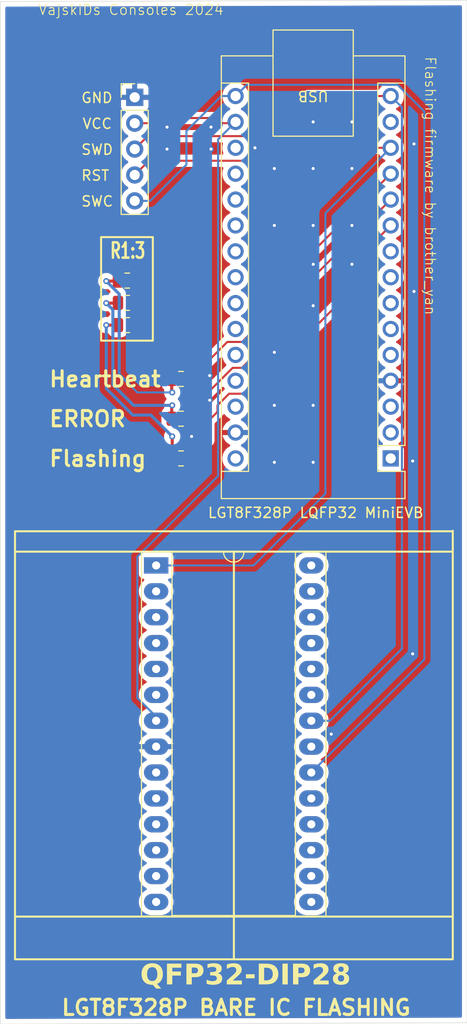
<source format=kicad_pcb>
(kicad_pcb (version 20221018) (generator pcbnew)
  (layers (0 "F.Cu" signal) (31 "B.Cu" signal) (34 "B.Paste" user) (35 "F.Paste" user) (36 "B.SilkS" user "B.Silkscreen") (37 "F.SilkS" user "F.Silkscreen") (38 "B.Mask" user) (39 "F.Mask" user) (44 "Edge.Cuts" user))
  (net 0 "")
  (net 1 "GND")
  (net 2 "3.3v")
  (net 3 "D12")
  (net 4 "D10")
  (net 5 "D13")
  (net 6 "LED1")
  (net 7 "LED2")
  (net 8 "LED3")
  (net 9 "LED1_R")
  (net 10 "LED2_R")
  (net 11 "LED3_R")
  (footprint "Connector_PinHeader_2.54mm:PinHeader_1x05_P2.54mm_Vertical" (layer "F.Cu") (at 81.534 81.407)
    (fp_text reference "REF**" hide)
    (fp_text value "PinHeader_1x05_P2.54mm_Vertical" hide)
    (fp_line (start -1.33 -1.33) (end 0 -1.33) (stroke (width 0.12)) (layer "F.SilkS"))
    (fp_line (start -1.33 0) (end -1.33 -1.33) (stroke (width 0.12)) (layer "F.SilkS"))
    (fp_line (start -1.33 1.27) (end -1.33 11.49) (stroke (width 0.12)) (layer "F.SilkS"))
    (fp_line (start -1.33 1.27) (end 1.33 1.27) (stroke (width 0.12)) (layer "F.SilkS"))
    (fp_line (start -1.33 11.49) (end 1.33 11.49) (stroke (width 0.12)) (layer "F.SilkS"))
    (fp_line (start 1.33 1.27) (end 1.33 11.49) (stroke (width 0.12)) (layer "F.SilkS"))
    (pad "1" thru_hole rect (at 0 0) (size 1.7 1.7) (drill 1) (layers "*.Cu" "*.Mask") (net 1 "GND"))
    (pad "2" thru_hole oval (at 0 2.54) (size 1.7 1.7) (drill 1) (layers "*.Cu" "*.Mask") (net 2 "3.3v"))
    (pad "3" thru_hole oval (at 0 5.08) (size 1.7 1.7) (drill 1) (layers "*.Cu" "*.Mask") (net 3 "D12"))
    (pad "4" thru_hole oval (at 0 7.62) (size 1.7 1.7) (drill 1) (layers "*.Cu" "*.Mask") (net 4 "D10"))
    (pad "5" thru_hole oval (at 0 10.16) (size 1.7 1.7) (drill 1) (layers "*.Cu" "*.Mask") (net 5 "D13"))
  )
  (footprint "Resistor_SMD:R_0805_2012Metric" (layer "F.Cu") (at 86.0825 112.94 180)
    (fp_text reference "REF**" hide)
    (fp_text value "R_0805_2012Metric" hide)
    (fp_line (start -0.227064 -0.735) (end 0.227064 -0.735) (stroke (width 0.12)) (layer "F.SilkS"))
    (fp_line (start -0.227064 0.735) (end 0.227064 0.735) (stroke (width 0.12)) (layer "F.SilkS"))
    (pad "1" smd roundrect (at -0.9125 0 180) (size 1.025 1.4) (layers "F.Cu" "F.Paste" "F.Mask") (roundrect_rratio 0.243902439) (net 7 "LED2"))
    (pad "2" smd roundrect (at 0.9125 0 180) (size 1.025 1.4) (layers "F.Cu" "F.Paste" "F.Mask") (roundrect_rratio 0.243902439) (net 10 "LED2_R"))
  )
  (footprint "Resistor_SMD:R_0805_2012Metric" (layer "F.Cu") (at 80.7995 99.3902 180)
    (fp_text reference "REF**" hide)
    (fp_text value "R_0805_2012Metric" hide)
    (fp_line (start -0.227064 -0.735) (end 0.227064 -0.735) (stroke (width 0.12)) (layer "F.SilkS"))
    (fp_line (start -0.227064 0.735) (end 0.227064 0.735) (stroke (width 0.12)) (layer "F.SilkS"))
    (pad "1" smd roundrect (at -0.9125 0 180) (size 1.025 1.4) (layers "F.Cu" "F.Paste" "F.Mask") (roundrect_rratio 0.243902439) (net 1 "GND"))
    (pad "2" smd roundrect (at 0.9125 0 180) (size 1.025 1.4) (layers "F.Cu" "F.Paste" "F.Mask") (roundrect_rratio 0.243902439) (net 9 "LED1_R"))
  )
  (footprint "Package_DIP:DIP-28_W15.24mm_Socket_LongPads" (layer "F.Cu") (at 83.6392 127.3418)
    (fp_text reference "REF**" hide)
    (fp_text value "DIP-28_W15.24mm_Socket_LongPads" hide)
    (fp_line (start -1.44 -1.39) (end -1.44 34.41) (stroke (width 0.12)) (layer "F.SilkS"))
    (fp_line (start -1.44 34.41) (end 16.68 34.41) (stroke (width 0.12)) (layer "F.SilkS"))
    (fp_line (start 1.56 -1.33) (end 1.56 34.35) (stroke (width 0.12)) (layer "F.SilkS"))
    (fp_line (start 1.56 34.35) (end 13.68 34.35) (stroke (width 0.12)) (layer "F.SilkS"))
    (fp_line (start 6.62 -1.33) (end 1.56 -1.33) (stroke (width 0.12)) (layer "F.SilkS"))
    (fp_line (start 13.68 -1.33) (end 8.62 -1.33) (stroke (width 0.12)) (layer "F.SilkS"))
    (fp_line (start 13.68 34.35) (end 13.68 -1.33) (stroke (width 0.12)) (layer "F.SilkS"))
    (fp_line (start 16.68 -1.39) (end -1.44 -1.39) (stroke (width 0.12)) (layer "F.SilkS"))
    (fp_line (start 16.68 34.41) (end 16.68 -1.39) (stroke (width 0.12)) (layer "F.SilkS"))
    (fp_arc (start 8.62 -1.33) (mid 7.62 -0.33) (end 6.62 -1.33) (stroke (width 0.12)) (layer "F.SilkS"))
    (pad "1" thru_hole rect (at 0 0) (size 2.4 1.6) (drill 0.8) (layers "*.Cu" "*.Mask") (net 4 "D10"))
    (pad "2" thru_hole oval (at 0 2.54) (size 2.4 1.6) (drill 0.8) (layers "*.Cu" "*.Mask"))
    (pad "3" thru_hole oval (at 0 5.08) (size 2.4 1.6) (drill 0.8) (layers "*.Cu" "*.Mask"))
    (pad "4" thru_hole oval (at 0 7.62) (size 2.4 1.6) (drill 0.8) (layers "*.Cu" "*.Mask"))
    (pad "5" thru_hole oval (at 0 10.16) (size 2.4 1.6) (drill 0.8) (layers "*.Cu" "*.Mask"))
    (pad "6" thru_hole oval (at 0 12.7) (size 2.4 1.6) (drill 0.8) (layers "*.Cu" "*.Mask"))
    (pad "7" thru_hole oval (at 0 15.24) (size 2.4 1.6) (drill 0.8) (layers "*.Cu" "*.Mask") (net 2 "3.3v"))
    (pad "8" thru_hole oval (at 0 17.78) (size 2.4 1.6) (drill 0.8) (layers "*.Cu" "*.Mask") (net 1 "GND"))
    (pad "9" thru_hole oval (at 0 20.32) (size 2.4 1.6) (drill 0.8) (layers "*.Cu" "*.Mask"))
    (pad "10" thru_hole oval (at 0 22.86) (size 2.4 1.6) (drill 0.8) (layers "*.Cu" "*.Mask"))
    (pad "11" thru_hole oval (at 0 25.4) (size 2.4 1.6) (drill 0.8) (layers "*.Cu" "*.Mask"))
    (pad "12" thru_hole oval (at 0 27.94) (size 2.4 1.6) (drill 0.8) (layers "*.Cu" "*.Mask"))
    (pad "13" thru_hole oval (at 0 30.48) (size 2.4 1.6) (drill 0.8) (layers "*.Cu" "*.Mask"))
    (pad "14" thru_hole oval (at 0 33.02) (size 2.4 1.6) (drill 0.8) (layers "*.Cu" "*.Mask"))
    (pad "15" thru_hole oval (at 15.24 33.02) (size 2.4 1.6) (drill 0.8) (layers "*.Cu" "*.Mask"))
    (pad "16" thru_hole oval (at 15.24 30.48) (size 2.4 1.6) (drill 0.8) (layers "*.Cu" "*.Mask"))
    (pad "17" thru_hole oval (at 15.24 27.94) (size 2.4 1.6) (drill 0.8) (layers "*.Cu" "*.Mask"))
    (pad "18" thru_hole oval (at 15.24 25.4) (size 2.4 1.6) (drill 0.8) (layers "*.Cu" "*.Mask"))
    (pad "19" thru_hole oval (at 15.24 22.86) (size 2.4 1.6) (drill 0.8) (layers "*.Cu" "*.Mask"))
    (pad "20" thru_hole oval (at 15.24 20.32) (size 2.4 1.6) (drill 0.8) (layers "*.Cu" "*.Mask") (net 5 "D13"))
    (pad "21" thru_hole oval (at 15.24 17.78) (size 2.4 1.6) (drill 0.8) (layers "*.Cu" "*.Mask"))
    (pad "22" thru_hole oval (at 15.24 15.24) (size 2.4 1.6) (drill 0.8) (layers "*.Cu" "*.Mask") (net 3 "D12"))
    (pad "23" thru_hole oval (at 15.24 12.7) (size 2.4 1.6) (drill 0.8) (layers "*.Cu" "*.Mask"))
    (pad "24" thru_hole oval (at 15.24 10.16) (size 2.4 1.6) (drill 0.8) (layers "*.Cu" "*.Mask"))
    (pad "25" thru_hole oval (at 15.24 7.62) (size 2.4 1.6) (drill 0.8) (layers "*.Cu" "*.Mask"))
    (pad "26" thru_hole oval (at 15.24 5.08) (size 2.4 1.6) (drill 0.8) (layers "*.Cu" "*.Mask"))
    (pad "27" thru_hole oval (at 15.24 2.54) (size 2.4 1.6) (drill 0.8) (layers "*.Cu" "*.Mask"))
    (pad "28" thru_hole oval (at 15.24 0) (size 2.4 1.6) (drill 0.8) (layers "*.Cu" "*.Mask"))
  )
  (footprint "Resistor_SMD:R_0805_2012Metric" (layer "F.Cu") (at 80.7995 103.759 180)
    (fp_text reference "REF**" hide)
    (fp_text value "R_0805_2012Metric" hide)
    (fp_line (start -0.227064 -0.735) (end 0.227064 -0.735) (stroke (width 0.12)) (layer "F.SilkS"))
    (fp_line (start -0.227064 0.735) (end 0.227064 0.735) (stroke (width 0.12)) (layer "F.SilkS"))
    (pad "1" smd roundrect (at -0.9125 0 180) (size 1.025 1.4) (layers "F.Cu" "F.Paste" "F.Mask") (roundrect_rratio 0.243902439) (net 1 "GND"))
    (pad "2" smd roundrect (at 0.9125 0 180) (size 1.025 1.4) (layers "F.Cu" "F.Paste" "F.Mask") (roundrect_rratio 0.243902439) (net 11 "LED3_R"))
  )
  (footprint "Module:Arduino_Nano" (layer "F.Cu") (at 106.68 116.84 180)
    (fp_text reference "LGT8F328P LQFP32 MiniEVB" hide)
    (fp_text value "Arduino_Nano" hide)
    (fp_text user "USB" (at 7.62 35.56 180 unlocked) (layer "F.SilkS"))
    (fp_line (start -1.4 -3.94) (end -1.4 -1.27) (stroke (width 0.12)) (layer "F.SilkS"))
    (fp_line (start -1.4 1.27) (end -1.4 39.5) (stroke (width 0.12)) (layer "F.SilkS"))
    (fp_line (start -1.4 39.5) (end 3.68 39.5) (stroke (width 0.12)) (layer "F.SilkS"))
    (fp_line (start 1.27 -1.27) (end -1.4 -1.27) (stroke (width 0.12)) (layer "F.SilkS"))
    (fp_line (start 1.27 1.27) (end -1.4 1.27) (stroke (width 0.12)) (layer "F.SilkS"))
    (fp_line (start 1.27 1.27) (end 1.27 -1.27) (stroke (width 0.12)) (layer "F.SilkS"))
    (fp_line (start 1.27 1.27) (end 1.27 36.83) (stroke (width 0.12)) (layer "F.SilkS"))
    (fp_line (start 1.27 36.83) (end -1.4 36.83) (stroke (width 0.12)) (layer "F.SilkS"))
    (fp_line (start 3.68 31.62) (end 11.56 31.62) (stroke (width 0.12)) (layer "F.SilkS"))
    (fp_line (start 3.68 42.04) (end 3.68 31.62) (stroke (width 0.12)) (layer "F.SilkS"))
    (fp_line (start 11.56 31.62) (end 11.56 42.04) (stroke (width 0.12)) (layer "F.SilkS"))
    (fp_line (start 11.56 42.04) (end 3.68 42.04) (stroke (width 0.12)) (layer "F.SilkS"))
    (fp_line (start 13.97 -1.27) (end 13.97 36.83) (stroke (width 0.12)) (layer "F.SilkS"))
    (fp_line (start 13.97 -1.27) (end 16.64 -1.27) (stroke (width 0.12)) (layer "F.SilkS"))
    (fp_line (start 13.97 36.83) (end 16.64 36.83) (stroke (width 0.12)) (layer "F.SilkS"))
    (fp_line (start 16.64 -3.94) (end -1.4 -3.94) (stroke (width 0.12)) (layer "F.SilkS"))
    (fp_line (start 16.64 39.5) (end 11.56 39.5) (stroke (width 0.12)) (layer "F.SilkS"))
    (fp_line (start 16.64 39.5) (end 16.64 -3.94) (stroke (width 0.12)) (layer "F.SilkS"))
    (pad "1" thru_hole rect (at 0 0 180) (size 1.6 1.6) (drill 1) (layers "*.Cu" "*.Mask"))
    (pad "2" thru_hole oval (at 0 2.54 180) (size 1.6 1.6) (drill 1) (layers "*.Cu" "*.Mask"))
    (pad "3" thru_hole oval (at 0 5.08 180) (size 1.6 1.6) (drill 1) (layers "*.Cu" "*.Mask"))
    (pad "4" thru_hole oval (at 0 7.62 180) (size 1.6 1.6) (drill 1) (layers "*.Cu" "*.Mask") (net 1 "GND"))
    (pad "5" thru_hole oval (at 0 10.16 180) (size 1.6 1.6) (drill 1) (layers "*.Cu" "*.Mask"))
    (pad "6" thru_hole oval (at 0 12.7 180) (size 1.6 1.6) (drill 1) (layers "*.Cu" "*.Mask"))
    (pad "7" thru_hole oval (at 0 15.24 180) (size 1.6 1.6) (drill 1) (layers "*.Cu" "*.Mask"))
    (pad "8" thru_hole oval (at 0 17.78 180) (size 1.6 1.6) (drill 1) (layers "*.Cu" "*.Mask"))
    (pad "9" thru_hole oval (at 0 20.32 180) (size 1.6 1.6) (drill 1) (layers "*.Cu" "*.Mask"))
    (pad "10" thru_hole oval (at 0 22.86 180) (size 1.6 1.6) (drill 1) (layers "*.Cu" "*.Mask") (net 8 "LED3"))
    (pad "11" thru_hole oval (at 0 25.4 180) (size 1.6 1.6) (drill 1) (layers "*.Cu" "*.Mask") (net 7 "LED2"))
    (pad "12" thru_hole oval (at 0 27.94 180) (size 1.6 1.6) (drill 1) (layers "*.Cu" "*.Mask") (net 6 "LED1"))
    (pad "13" thru_hole oval (at 0 30.48 180) (size 1.6 1.6) (drill 1) (layers "*.Cu" "*.Mask") (net 4 "D10"))
    (pad "14" thru_hole oval (at 0 33.02 180) (size 1.6 1.6) (drill 1) (layers "*.Cu" "*.Mask"))
    (pad "15" thru_hole oval (at 0 35.56 180) (size 1.6 1.6) (drill 1) (layers "*.Cu" "*.Mask") (net 3 "D12"))
    (pad "16" thru_hole oval (at 15.24 35.56 180) (size 1.6 1.6) (drill 1) (layers "*.Cu" "*.Mask") (net 5 "D13"))
    (pad "17" thru_hole oval (at 15.24 33.02 180) (size 1.6 1.6) (drill 1) (layers "*.Cu" "*.Mask") (net 2 "3.3v"))
    (pad "18" thru_hole oval (at 15.24 30.48 180) (size 1.6 1.6) (drill 1) (layers "*.Cu" "*.Mask"))
    (pad "19" thru_hole oval (at 15.24 27.94 180) (size 1.6 1.6) (drill 1) (layers "*.Cu" "*.Mask"))
    (pad "20" thru_hole oval (at 15.24 25.4 180) (size 1.6 1.6) (drill 1) (layers "*.Cu" "*.Mask"))
    (pad "21" thru_hole oval (at 15.24 22.86 180) (size 1.6 1.6) (drill 1) (layers "*.Cu" "*.Mask"))
    (pad "22" thru_hole oval (at 15.24 20.32 180) (size 1.6 1.6) (drill 1) (layers "*.Cu" "*.Mask"))
    (pad "23" thru_hole oval (at 15.24 17.78 180) (size 1.6 1.6) (drill 1) (layers "*.Cu" "*.Mask"))
    (pad "24" thru_hole oval (at 15.24 15.24 180) (size 1.6 1.6) (drill 1) (layers "*.Cu" "*.Mask"))
    (pad "25" thru_hole oval (at 15.24 12.7 180) (size 1.6 1.6) (drill 1) (layers "*.Cu" "*.Mask"))
    (pad "26" thru_hole oval (at 15.24 10.16 180) (size 1.6 1.6) (drill 1) (layers "*.Cu" "*.Mask"))
    (pad "27" thru_hole oval (at 15.24 7.62 180) (size 1.6 1.6) (drill 1) (layers "*.Cu" "*.Mask"))
    (pad "28" thru_hole oval (at 15.24 5.08 180) (size 1.6 1.6) (drill 1) (layers "*.Cu" "*.Mask"))
    (pad "29" thru_hole oval (at 15.24 2.54 180) (size 1.6 1.6) (drill 1) (layers "*.Cu" "*.Mask") (net 1 "GND"))
    (pad "30" thru_hole oval (at 15.24 0 180) (size 1.6 1.6) (drill 1) (layers "*.Cu" "*.Mask"))
  )
  (footprint "Resistor_SMD:R_0805_2012Metric" (layer "F.Cu") (at 86.0825 116.84 180)
    (fp_text reference "REF**" hide)
    (fp_text value "R_0805_2012Metric" hide)
    (fp_line (start -0.227064 -0.735) (end 0.227064 -0.735) (stroke (width 0.12)) (layer "F.SilkS"))
    (fp_line (start -0.227064 0.735) (end 0.227064 0.735) (stroke (width 0.12)) (layer "F.SilkS"))
    (pad "1" smd roundrect (at -0.9125 0 180) (size 1.025 1.4) (layers "F.Cu" "F.Paste" "F.Mask") (roundrect_rratio 0.243902439) (net 8 "LED3"))
    (pad "2" smd roundrect (at 0.9125 0 180) (size 1.025 1.4) (layers "F.Cu" "F.Paste" "F.Mask") (roundrect_rratio 0.243902439) (net 11 "LED3_R"))
  )
  (footprint "Resistor_SMD:R_0805_2012Metric" (layer "F.Cu") (at 80.7995 101.5746 180)
    (fp_text reference "REF**" hide)
    (fp_text value "R_0805_2012Metric" hide)
    (fp_line (start -0.227064 -0.735) (end 0.227064 -0.735) (stroke (width 0.12)) (layer "F.SilkS"))
    (fp_line (start -0.227064 0.735) (end 0.227064 0.735) (stroke (width 0.12)) (layer "F.SilkS"))
    (pad "1" smd roundrect (at -0.9125 0 180) (size 1.025 1.4) (layers "F.Cu" "F.Paste" "F.Mask") (roundrect_rratio 0.243902439) (net 1 "GND"))
    (pad "2" smd roundrect (at 0.9125 0 180) (size 1.025 1.4) (layers "F.Cu" "F.Paste" "F.Mask") (roundrect_rratio 0.243902439) (net 10 "LED2_R"))
  )
  (footprint "Resistor_SMD:R_0805_2012Metric" (layer "F.Cu") (at 86.0825 109.04 180)
    (fp_text reference "REF**" hide)
    (fp_text value "R_0805_2012Metric" hide)
    (fp_line (start -0.227064 -0.735) (end 0.227064 -0.735) (stroke (width 0.12)) (layer "F.SilkS"))
    (fp_line (start -0.227064 0.735) (end 0.227064 0.735) (stroke (width 0.12)) (layer "F.SilkS"))
    (pad "1" smd roundrect (at -0.9125 0 180) (size 1.025 1.4) (layers "F.Cu" "F.Paste" "F.Mask") (roundrect_rratio 0.243902439) (net 6 "LED1"))
    (pad "2" smd roundrect (at 0.9125 0 180) (size 1.025 1.4) (layers "F.Cu" "F.Paste" "F.Mask") (roundrect_rratio 0.243902439) (net 9 "LED1_R"))
  )
  (gr_line (start 69.776 161.798) (end 112.776 161.798) (stroke (width 0.2)) (layer "F.SilkS"))
  (gr_line (start 78.232 95.123) (end 78.232 105.283) (stroke (width 0.2)) (layer "F.SilkS"))
  (gr_line (start 69.776 165.989) (end 69.776 123.989) (stroke (width 0.2)) (layer "F.SilkS"))
  (gr_line (start 78.232 105.283) (end 83.312 105.283) (stroke (width 0.2)) (layer "F.SilkS"))
  (gr_line (start 112.776 165.9382) (end 112.776 123.9382) (stroke (width 0.2)) (layer "F.SilkS"))
  (gr_line (start 69.776 123.989) (end 112.776 123.989) (stroke (width 0.2)) (layer "F.SilkS"))
  (gr_line (start 91.276 125.9702) (end 91.276 165.8482) (stroke (width 0.2)) (layer "F.SilkS"))
  (gr_line (start 83.312 105.283) (end 83.312 95.123) (stroke (width 0.2)) (layer "F.SilkS"))
  (gr_line (start 69.776 125.989) (end 112.776 125.989) (stroke (width 0.2)) (layer "F.SilkS"))
  (gr_line (start 69.776 165.989) (end 112.776 165.989) (stroke (width 0.2)) (layer "F.SilkS"))
  (gr_line (start 83.312 95.123) (end 78.232 95.123) (stroke (width 0.2)) (layer "F.SilkS"))
  (gr_line (start 68.326 72.009) (end 114.173 71.882) (stroke (width 0.05)) (layer "Edge.Cuts"))
  (gr_line (start 68.326 172.339) (end 114.173 172.212) (stroke (width 0.05)) (layer "Edge.Cuts"))
  (gr_line (start 68.326 72.009) (end 68.326 172.339) (stroke (width 0.05)) (layer "Edge.Cuts"))
  (gr_line (start 114.173 71.882) (end 114.173 172.212) (stroke (width 0.05)) (layer "Edge.Cuts"))
  (gr_text "ERROR" (at 72.99 113.84) (layer "F.SilkS") (effects (font (size 1.5 1.5) (thickness 0.3) bold) (justify left bottom)))
  (gr_text "VajskiDs Consoles 2024" (at 72.009 73.406) (layer "F.SilkS") (effects (font (size 1 1) (thickness 0.1)) (justify left bottom)))
  (gr_text "LGT8F328P BARE IC FLASHING" (at 74.1934 171.6024) (layer "F.SilkS") (effects (font (size 1.5 1.5) (thickness 0.3) bold) (justify left bottom)))
  (gr_text "SWD" (at 76.2 87.122) (layer "F.SilkS") (effects (font (size 1 1)) (justify left bottom)))
  (gr_text "Flashing firmware by brother_yan\n" (at 109.982 77.34 270) (layer "F.SilkS") (effects (font (size 1 1) (thickness 0.1)) (justify left bottom)))
  (gr_text "Flashing" (at 72.99 117.74) (layer "F.SilkS") (effects (font (size 1.5 1.5) (thickness 0.3) bold) (justify left bottom)))
  (gr_text "VCC" (at 76.327 84.582) (layer "F.SilkS") (effects (font (size 1 1)) (justify left bottom)))
  (gr_text "SWC" (at 76.2 92.202) (layer "F.SilkS") (effects (font (size 1 1)) (justify left bottom)))
  (gr_text "GND" (at 76.2 82.042) (layer "F.SilkS") (effects (font (size 1 1)) (justify left bottom)))
  (gr_text "LGT8F328P LQFP32 MiniEVB" (at 99.314 122.174) (layer "F.SilkS") (effects (font (size 1 1))))
  (gr_text "RST" (at 76.2 89.662) (layer "F.SilkS") (effects (font (size 1 1)) (justify left bottom)))
  (gr_text "Heartbeat" (at 72.99 109.94) (layer "F.SilkS") (effects (font (size 1.5 1.5) (thickness 0.3) bold) (justify left bottom)))
  (gr_text "R1:3" (at 78.994 97.333) (layer "F.SilkS") (effects (font (size 1.5 1) (thickness 0.25) bold) (justify left bottom)))
  (gr_text "QFP32-DIP28" (at 82.0644 168.7946) (layer "F.SilkS") (effects (font (size 2 2) (thickness 0.3) bold) (justify left bottom)))
  (via (at 102.87 83.82) (size 0.6) (drill 0.3) (layers "F.Cu" "B.Cu") (net 1))
  (via (at 95.25 117.221) (size 0.6) (drill 0.3) (layers "F.Cu" "B.Cu") (net 1))
  (via (at 99.06 83.82) (size 0.6) (drill 0.3) (layers "F.Cu" "B.Cu") (net 1))
  (via (at 87.122 114.681) (size 0.6) (drill 0.3) (layers "F.Cu" "B.Cu") (net 1))
  (via (at 108.839 136.017) (size 0.6) (drill 0.3) (layers "F.Cu" "B.Cu") (net 1))
  (via (at 84.709 86.487) (size 0.6) (drill 0.3) (layers "F.Cu" "B.Cu") (net 1))
  (via (at 84.709 84.328) (size 0.6) (drill 0.3) (layers "F.Cu" "B.Cu") (net 1))
  (via (at 99.06 88.392) (size 0.6) (drill 0.3) (layers "F.Cu" "B.Cu") (net 1))
  (via (at 99.06 101.854) (size 0.6) (drill 0.3) (layers "F.Cu" "B.Cu") (net 1))
  (via (at 102.87 88.392) (size 0.6) (drill 0.3) (layers "F.Cu" "B.Cu") (net 1))
  (via (at 108.966 85.979) (size 0.6) (drill 0.3) (layers "F.Cu" "B.Cu") (net 1))
  (via (at 89.027 86.487) (size 0.6) (drill 0.3) (layers "F.Cu" "B.Cu") (net 1))
  (via (at 102.87 97.79) (size 0.6) (drill 0.3) (layers "F.Cu" "B.Cu") (net 1))
  (via (at 102.87 93.98) (size 0.6) (drill 0.3) (layers "F.Cu" "B.Cu") (net 1))
  (via (at 100.838 143.891) (size 0.6) (drill 0.3) (layers "F.Cu" "B.Cu") (net 1))
  (via (at 99.06 111.633) (size 0.6) (drill 0.3) (layers "F.Cu" "B.Cu") (net 1))
  (via (at 108.839 117.094) (size 0.6) (drill 0.3) (layers "F.Cu" "B.Cu") (net 1))
  (via (at 99.06 93.98) (size 0.6) (drill 0.3) (layers "F.Cu" "B.Cu") (net 1))
  (via (at 95.25 111.633) (size 0.6) (drill 0.3) (layers "F.Cu" "B.Cu") (net 1))
  (via (at 95.25 93.98) (size 0.6) (drill 0.3) (layers "F.Cu" "B.Cu") (net 1))
  (via (at 99.07 97.79) (size 0.6) (drill 0.3) (layers "F.Cu" "B.Cu") (net 1))
  (via (at 95.25 106.426) (size 0.6) (drill 0.3) (layers "F.Cu" "B.Cu") (net 1))
  (via (at 88.9 108.712) (size 0.6) (drill 0.3) (layers "F.Cu" "B.Cu") (net 1))
  (via (at 99.06 117.221) (size 0.6) (drill 0.3) (layers "F.Cu" "B.Cu") (net 1))
  (via (at 89.027 84.328) (size 0.6) (drill 0.3) (layers "F.Cu" "B.Cu") (net 1))
  (via (at 88.9 111.125) (size 0.6) (drill 0.3) (layers "F.Cu" "B.Cu") (net 1))
  (via (at 93.345 86.36) (size 0.6) (drill 0.3) (layers "F.Cu" "B.Cu") (net 1))
  (via (at 108.966 100.457) (size 0.6) (drill 0.3) (layers "F.Cu" "B.Cu") (net 1))
  (via (at 95.25 88.392) (size 0.6) (drill 0.3) (layers "F.Cu" "B.Cu") (net 1))
  (segment (start 83.439 83.439) (end 89.662 83.439) (width 0.2) (layer "F.Cu") (net 2))
  (segment (start 82.931 83.947) (end 83.439 83.439) (width 0.2) (layer "F.Cu") (net 2))
  (segment (start 81.534 83.947) (end 82.931 83.947) (width 0.2) (layer "F.Cu") (net 2))
  (segment (start 91.313 83.947) (end 91.44 83.82) (width 0.2) (layer "F.Cu") (net 2))
  (segment (start 89.662 83.439) (end 90.17 83.947) (width 0.2) (layer "F.Cu") (net 2))
  (segment (start 90.17 83.947) (end 91.313 83.947) (width 0.2) (layer "F.Cu") (net 2))
  (segment (start 91.44 83.82) (end 89.724 85.536) (width 0.2) (layer "B.Cu") (net 2))
  (segment (start 89.724 118.556) (end 81.788 126.492) (width 0.2) (layer "B.Cu") (net 2))
  (segment (start 81.788 126.492) (end 81.788 140.335) (width 0.2) (layer "B.Cu") (net 2))
  (segment (start 83.6392 142.1862) (end 81.788 140.335) (width 0.2) (layer "B.Cu") (net 2))
  (segment (start 89.724 85.536) (end 89.724 118.556) (width 0.2) (layer "B.Cu") (net 2))
  (segment (start 83.6392 142.5818) (end 83.6392 142.1862) (width 0.2) (layer "B.Cu") (net 2))
  (segment (start 94.615 85.217) (end 98.552 81.28) (width 0.2) (layer "F.Cu") (net 3))
  (segment (start 81.534 86.487) (end 82.804 85.217) (width 0.2) (layer "F.Cu") (net 3))
  (segment (start 82.804 85.217) (end 94.615 85.217) (width 0.2) (layer "F.Cu") (net 3))
  (segment (start 98.552 81.28) (end 106.68 81.28) (width 0.2) (layer "F.Cu") (net 3))
  (segment (start 98.8792 142.5818) (end 100.7072 142.5818) (width 0.2) (layer "B.Cu") (net 3))
  (segment (start 106.68 81.28) (end 107.78 82.38) (width 0.2) (layer "B.Cu") (net 3))
  (segment (start 107.78 82.38) (end 107.78 135.509) (width 0.2) (layer "B.Cu") (net 3))
  (segment (start 100.7072 142.5818) (end 107.78 135.509) (width 0.2) (layer "B.Cu") (net 3))
  (segment (start 95.25 86.36) (end 106.68 86.36) (width 0.2) (layer "F.Cu") (net 4))
  (segment (start 81.534 89.027) (end 82.931 87.63) (width 0.2) (layer "F.Cu") (net 4))
  (segment (start 82.931 87.63) (end 93.98 87.63) (width 0.2) (layer "F.Cu") (net 4))
  (segment (start 93.98 87.63) (end 95.25 86.36) (width 0.2) (layer "F.Cu") (net 4))
  (segment (start 106.68 86.36) (end 100.2665 92.7735) (width 0.2) (layer "B.Cu") (net 4))
  (segment (start 93.218 127.3418) (end 83.6392 127.3418) (width 0.2) (layer "B.Cu") (net 4))
  (segment (start 100.2665 120.2933) (end 93.218 127.3418) (width 0.2) (layer "B.Cu") (net 4))
  (segment (start 100.2665 92.7735) (end 100.2665 120.2933) (width 0.2) (layer "B.Cu") (net 4))
  (segment (start 86.614 84.709) (end 90.043 81.28) (width 0.2) (layer "B.Cu") (net 5))
  (segment (start 90.043 81.28) (end 91.44 81.28) (width 0.2) (layer "B.Cu") (net 5))
  (segment (start 109.982 136.559) (end 98.8792 147.6618) (width 0.2) (layer "B.Cu") (net 5))
  (segment (start 83.058 91.567) (end 86.614 88.011) (width 0.2) (layer "B.Cu") (net 5))
  (segment (start 92.54 80.18) (end 107.358 80.18) (width 0.2) (layer "B.Cu") (net 5))
  (segment (start 107.358 80.18) (end 109.982 82.804) (width 0.2) (layer "B.Cu") (net 5))
  (segment (start 81.534 91.567) (end 83.058 91.567) (width 0.2) (layer "B.Cu") (net 5))
  (segment (start 109.982 82.804) (end 109.982 136.559) (width 0.2) (layer "B.Cu") (net 5))
  (segment (start 91.44 81.28) (end 92.54 80.18) (width 0.2) (layer "B.Cu") (net 5))
  (segment (start 86.614 88.011) (end 86.614 84.709) (width 0.2) (layer "B.Cu") (net 5))
  (segment (start 92.075 105.41) (end 93.98 103.505) (width 0.2) (layer "F.Cu") (net 6))
  (segment (start 86.995 109.04) (end 90.625 105.41) (width 0.2) (layer "F.Cu") (net 6))
  (segment (start 90.625 105.41) (end 92.075 105.41) (width 0.2) (layer "F.Cu") (net 6))
  (segment (start 93.98 103.505) (end 93.98 101.6) (width 0.2) (layer "F.Cu") (net 6))
  (segment (start 93.98 101.6) (end 106.68 88.9) (width 0.2) (layer "F.Cu") (net 6))
  (segment (start 91.154365 107.95) (end 92.065635 107.95) (width 0.2) (layer "F.Cu") (net 7))
  (segment (start 92.065635 107.95) (end 95.880317 104.135317) (width 0.2) (layer "F.Cu") (net 7))
  (segment (start 86.995 112.109365) (end 91.154365 107.95) (width 0.2) (layer "F.Cu") (net 7))
  (segment (start 106.68 91.44) (end 95.880317 102.239683) (width 0.2) (layer "F.Cu") (net 7))
  (segment (start 86.995 112.94) (end 86.995 112.109365) (width 0.2) (layer "F.Cu") (net 7))
  (segment (start 95.880317 102.239683) (end 95.880317 104.135317) (width 0.2) (layer "F.Cu") (net 7))
  (segment (start 88.773 115.062) (end 86.995 116.84) (width 0.2) (layer "F.Cu") (net 8))
  (segment (start 104.4575 97.282) (end 104.4575 98.7425) (width 0.2) (layer "F.Cu") (net 8))
  (segment (start 104.4575 96.2025) (end 104.4575 97.282) (width 0.2) (layer "F.Cu") (net 8))
  (segment (start 89.662 111.633) (end 89.662 112.268) (width 0.2) (layer "F.Cu") (net 8))
  (segment (start 104.4575 97.282) (end 104.4575 98.1075) (width 0.2) (layer "F.Cu") (net 8))
  (segment (start 106.68 93.98) (end 104.4575 96.2025) (width 0.2) (layer "F.Cu") (net 8))
  (segment (start 92.71 110.49) (end 90.805 110.49) (width 0.2) (layer "F.Cu") (net 8))
  (segment (start 88.773 113.157) (end 88.773 115.062) (width 0.2) (layer "F.Cu") (net 8))
  (segment (start 104.4575 98.7425) (end 92.71 110.49) (width 0.2) (layer "F.Cu") (net 8))
  (segment (start 89.662 112.268) (end 88.773 113.157) (width 0.2) (layer "F.Cu") (net 8))
  (segment (start 90.805 110.49) (end 89.662 111.633) (width 0.2) (layer "F.Cu") (net 8))
  (segment (start 79.8362 99.441) (end 79.887 99.3902) (width 0.2) (layer "F.Cu") (net 9))
  (segment (start 85.17 110.316) (end 85.217 110.363) (width 0.2) (layer "F.Cu") (net 9))
  (segment (start 78.74 99.441) (end 79.8362 99.441) (width 0.3) (layer "F.Cu") (net 9))
  (segment (start 85.17 109.04) (end 85.17 110.316) (width 0.3) (layer "F.Cu") (net 9))
  (via (at 85.217 110.363) (size 0.6) (drill 0.3) (layers "F.Cu" "B.Cu") (net 9))
  (via (at 78.74 99.441) (size 0.6) (drill 0.3) (layers "F.Cu" "B.Cu") (net 9))
  (segment (start 85.217 110.363) (end 81.788 110.363) (width 0.2) (layer "B.Cu") (net 9))
  (segment (start 81.788 110.363) (end 80.9625 109.5375) (width 0.2) (layer "B.Cu") (net 9))
  (segment (start 80.01 100.711) (end 80.01 108.585) (width 0.3) (layer "B.Cu") (net 9))
  (segment (start 78.74 99.441) (end 80.01 100.711) (width 0.3) (layer "B.Cu") (net 9))
  (segment (start 80.01 108.585) (end 80.9625 109.5375) (width 0.3) (layer "B.Cu") (net 9))
  (segment (start 78.74 101.6) (end 79.8616 101.6) (width 0.3) (layer "F.Cu") (net 10))
  (segment (start 85.17 112.94) (end 85.17 111.68) (width 0.3) (layer "F.Cu") (net 10))
  (segment (start 79.8616 101.6) (end 79.887 101.5746) (width 0.2) (layer "F.Cu") (net 10))
  (segment (start 85.17 111.68) (end 85.217 111.633) (width 0.3) (layer "F.Cu") (net 10))
  (via (at 78.74 101.6) (size 0.6) (drill 0.3) (layers "F.Cu" "B.Cu") (net 10))
  (via (at 85.217 111.633) (size 0.6) (drill 0.3) (layers "F.Cu" "B.Cu") (net 10))
  (segment (start 78.74 101.6) (end 79.39 102.25) (width 0.3) (layer "B.Cu") (net 10))
  (segment (start 83.439 111.633) (end 85.217 111.633) (width 0.3) (layer "B.Cu") (net 10))
  (segment (start 81.422 111.633) (end 83.439 111.633) (width 0.3) (layer "B.Cu") (net 10))
  (segment (start 79.39 109.601) (end 81.422 111.633) (width 0.3) (layer "B.Cu") (net 10))
  (segment (start 79.39 102.25) (end 79.39 109.601) (width 0.3) (layer "B.Cu") (net 10))
  (segment (start 85.217 116.793) (end 85.17 116.84) (width 0.3) (layer "F.Cu") (net 11))
  (segment (start 78.74 103.759) (end 79.887 103.759) (width 0.3) (layer "F.Cu") (net 11))
  (segment (start 85.217 114.681) (end 85.217 116.793) (width 0.3) (layer "F.Cu") (net 11))
  (via (at 85.217 114.681) (size 0.6) (drill 0.3) (layers "F.Cu" "B.Cu") (net 11))
  (via (at 78.74 103.759) (size 0.6) (drill 0.3) (layers "F.Cu" "B.Cu") (net 11))
  (segment (start 78.74 103.759) (end 78.74 109.982) (width 0.3) (layer "B.Cu") (net 11))
  (segment (start 81.3435 112.5855) (end 83.1215 112.5855) (width 0.3) (layer "B.Cu") (net 11))
  (segment (start 85.217 114.681) (end 83.1215 112.5855) (width 0.3) (layer "B.Cu") (net 11))
  (segment (start 78.74 109.982) (end 81.3435 112.5855) (width 0.3) (layer "B.Cu") (net 11))
  (zone (net 1) (net_name "GND") (layers "F&B.Cu") (connect_pads (clearance 0.5)) (min_thickness 0.25) (fill yes (thermal_gap 0.5) (thermal_bridge_width 0.5))
    (polygon (pts (xy 68.326 72.009) (xy 114.173 71.882) (xy 114.173 172.212) (xy 68.326 172.339)))
  )
)
</source>
